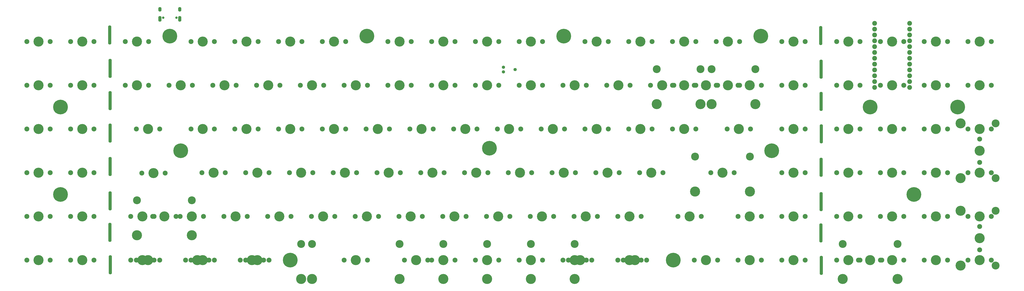
<source format=gts>
G04 #@! TF.GenerationSoftware,KiCad,Pcbnew,(5.0.0-rc2-dev-733-g23a9fcd91)*
G04 #@! TF.CreationDate,2018-06-09T19:11:19-04:00*
G04 #@! TF.ProjectId,100plus-2,313030706C75732D322E6B696361645F,rev?*
G04 #@! TF.SameCoordinates,Original*
G04 #@! TF.FileFunction,Soldermask,Top*
G04 #@! TF.FilePolarity,Negative*
%FSLAX45Y45*%
G04 Gerber Fmt 4.5, Leading zero omitted, Abs format (unit mm)*
G04 Created by KiCad (PCBNEW (5.0.0-rc2-dev-733-g23a9fcd91)) date 06/09/18 19:11:19*
%MOMM*%
%LPD*%
G01*
G04 APERTURE LIST*
%ADD10C,4.387800*%
%ADD11C,2.150000*%
%ADD12O,1.400000X8.400000*%
%ADD13C,3.448000*%
%ADD14O,1.400000X2.500000*%
%ADD15C,1.050000*%
%ADD16O,1.400000X2.000000*%
%ADD17C,1.388060*%
%ADD18C,1.385520*%
%ADD19C,1.400000*%
%ADD20C,6.400000*%
%ADD21C,2.082800*%
G04 APERTURE END LIST*
D10*
X15001875Y-16668750D03*
D11*
X14493875Y-16668750D03*
X15509875Y-16668750D03*
X26463625Y-9048750D03*
X25447625Y-9048750D03*
D10*
X25955625Y-9048750D03*
X10715625Y-9048750D03*
D11*
X10207625Y-9048750D03*
X11223625Y-9048750D03*
D12*
X9553000Y-18775000D03*
X9543000Y-14492000D03*
X9548000Y-13037000D03*
X9543000Y-15994000D03*
X9527000Y-8759000D03*
X9537000Y-17361000D03*
X9543000Y-11626000D03*
X9543000Y-10217000D03*
D10*
X39290625Y-10953750D03*
D11*
X38782625Y-10953750D03*
X39798625Y-10953750D03*
X30273625Y-10953750D03*
X29257625Y-10953750D03*
D10*
X29765625Y-10953750D03*
X25955625Y-10953750D03*
D11*
X25447625Y-10953750D03*
X26463625Y-10953750D03*
D10*
X11191875Y-12858750D03*
D11*
X10683875Y-12858750D03*
X11699875Y-12858750D03*
D10*
X8334375Y-14763750D03*
D11*
X7826375Y-14763750D03*
X8842375Y-14763750D03*
D12*
X40476000Y-8791000D03*
X40492000Y-10249000D03*
X40492000Y-11658000D03*
D10*
X11430000Y-14779625D03*
D11*
X10922000Y-14779625D03*
X11938000Y-14779625D03*
D10*
X37388800Y-15589250D03*
X35001200Y-15589250D03*
D13*
X37388800Y-14065250D03*
X35001200Y-14065250D03*
D11*
X36703000Y-14763750D03*
X35687000Y-14763750D03*
D10*
X36195000Y-14763750D03*
D12*
X40486000Y-17393000D03*
D14*
X11712375Y-8059875D03*
D15*
X11855375Y-8009875D03*
D14*
X12576375Y-8059875D03*
D16*
X11712375Y-7641875D03*
X12576375Y-7641875D03*
D15*
X12433375Y-8009875D03*
D11*
X6937375Y-9048750D03*
X5921375Y-9048750D03*
D10*
X6429375Y-9048750D03*
D11*
X8842375Y-9048750D03*
X7826375Y-9048750D03*
D10*
X8334375Y-9048750D03*
D11*
X14081125Y-9048750D03*
X13065125Y-9048750D03*
D10*
X13573125Y-9048750D03*
D11*
X15986125Y-9048750D03*
X14970125Y-9048750D03*
D10*
X15478125Y-9048750D03*
X17383125Y-9048750D03*
D11*
X16875125Y-9048750D03*
X17891125Y-9048750D03*
D10*
X19288125Y-9048750D03*
D11*
X18780125Y-9048750D03*
X19796125Y-9048750D03*
X22653625Y-9048750D03*
X21637625Y-9048750D03*
D10*
X22145625Y-9048750D03*
X24050625Y-9048750D03*
D11*
X23542625Y-9048750D03*
X24558625Y-9048750D03*
X28368625Y-9048750D03*
X27352625Y-9048750D03*
D10*
X27860625Y-9048750D03*
X30718125Y-9048750D03*
D11*
X30210125Y-9048750D03*
X31226125Y-9048750D03*
X33131125Y-9048750D03*
X32115125Y-9048750D03*
D10*
X32623125Y-9048750D03*
X34528125Y-9048750D03*
D11*
X34020125Y-9048750D03*
X35036125Y-9048750D03*
D10*
X36433125Y-9048750D03*
D11*
X35925125Y-9048750D03*
X36941125Y-9048750D03*
X39798625Y-9048750D03*
X38782625Y-9048750D03*
D10*
X39290625Y-9048750D03*
D11*
X42179875Y-9048750D03*
X41163875Y-9048750D03*
D10*
X41671875Y-9048750D03*
D11*
X44084875Y-9048750D03*
X43068875Y-9048750D03*
D10*
X43576875Y-9048750D03*
X45481875Y-9048750D03*
D11*
X44973875Y-9048750D03*
X45989875Y-9048750D03*
D10*
X47386875Y-9048750D03*
D11*
X46878875Y-9048750D03*
X47894875Y-9048750D03*
D10*
X6429375Y-10953750D03*
D11*
X5921375Y-10953750D03*
X6937375Y-10953750D03*
X8842375Y-10953750D03*
X7826375Y-10953750D03*
D10*
X8334375Y-10953750D03*
X10715625Y-10953750D03*
D11*
X10207625Y-10953750D03*
X11223625Y-10953750D03*
X13128625Y-10953750D03*
X12112625Y-10953750D03*
D10*
X12620625Y-10953750D03*
D11*
X15033625Y-10953750D03*
X14017625Y-10953750D03*
D10*
X14525625Y-10953750D03*
X16430625Y-10953750D03*
D11*
X15922625Y-10953750D03*
X16938625Y-10953750D03*
D10*
X18335625Y-10953750D03*
D11*
X17827625Y-10953750D03*
X18843625Y-10953750D03*
X20748625Y-10953750D03*
X19732625Y-10953750D03*
D10*
X20240625Y-10953750D03*
X22145625Y-10953750D03*
D11*
X21637625Y-10953750D03*
X22653625Y-10953750D03*
X24558625Y-10953750D03*
X23542625Y-10953750D03*
D10*
X24050625Y-10953750D03*
X27860625Y-10953750D03*
D11*
X27352625Y-10953750D03*
X28368625Y-10953750D03*
D10*
X31670625Y-10953750D03*
D11*
X31162625Y-10953750D03*
X32178625Y-10953750D03*
X34083625Y-10953750D03*
X33067625Y-10953750D03*
D10*
X33575625Y-10953750D03*
D11*
X35988625Y-10953750D03*
X34972625Y-10953750D03*
D10*
X35480625Y-10953750D03*
D11*
X37893625Y-10953750D03*
X36877625Y-10953750D03*
D10*
X37385625Y-10953750D03*
X41671875Y-10953750D03*
D11*
X41163875Y-10953750D03*
X42179875Y-10953750D03*
X44084875Y-10953750D03*
X43068875Y-10953750D03*
D10*
X43576875Y-10953750D03*
D11*
X45989875Y-10953750D03*
X44973875Y-10953750D03*
D10*
X45481875Y-10953750D03*
D11*
X47894875Y-10953750D03*
X46878875Y-10953750D03*
D10*
X47386875Y-10953750D03*
X6429375Y-12858750D03*
D11*
X5921375Y-12858750D03*
X6937375Y-12858750D03*
X8842375Y-12858750D03*
X7826375Y-12858750D03*
D10*
X8334375Y-12858750D03*
D11*
X14081125Y-12858750D03*
X13065125Y-12858750D03*
D10*
X13573125Y-12858750D03*
D11*
X15986125Y-12858750D03*
X14970125Y-12858750D03*
D10*
X15478125Y-12858750D03*
X17383125Y-12858750D03*
D11*
X16875125Y-12858750D03*
X17891125Y-12858750D03*
D10*
X19288125Y-12858750D03*
D11*
X18780125Y-12858750D03*
X19796125Y-12858750D03*
X21701125Y-12858750D03*
X20685125Y-12858750D03*
D10*
X21193125Y-12858750D03*
D11*
X23606125Y-12858750D03*
X22590125Y-12858750D03*
D10*
X23098125Y-12858750D03*
D11*
X25511125Y-12858750D03*
X24495125Y-12858750D03*
D10*
X25003125Y-12858750D03*
X26908125Y-12858750D03*
D11*
X26400125Y-12858750D03*
X27416125Y-12858750D03*
D10*
X28813125Y-12858750D03*
D11*
X28305125Y-12858750D03*
X29321125Y-12858750D03*
X31226125Y-12858750D03*
X30210125Y-12858750D03*
D10*
X30718125Y-12858750D03*
D11*
X33131125Y-12858750D03*
X32115125Y-12858750D03*
D10*
X32623125Y-12858750D03*
X34528125Y-12858750D03*
D11*
X34020125Y-12858750D03*
X35036125Y-12858750D03*
D10*
X36909375Y-12858750D03*
D11*
X36401375Y-12858750D03*
X37417375Y-12858750D03*
D10*
X39290625Y-12858750D03*
D11*
X38782625Y-12858750D03*
X39798625Y-12858750D03*
X42179875Y-12858750D03*
X41163875Y-12858750D03*
D10*
X41671875Y-12858750D03*
D11*
X44084875Y-12858750D03*
X43068875Y-12858750D03*
D10*
X43576875Y-12858750D03*
X45481875Y-12858750D03*
D11*
X44973875Y-12858750D03*
X45989875Y-12858750D03*
X47894875Y-12858750D03*
X46878875Y-12858750D03*
D10*
X47386875Y-12858750D03*
X46561375Y-12617450D03*
X46561375Y-15005050D03*
D13*
X48085375Y-12617450D03*
X48085375Y-15005050D03*
D11*
X47386875Y-13303250D03*
X47386875Y-14319250D03*
D10*
X47386875Y-13811250D03*
D11*
X6937375Y-14763750D03*
X5921375Y-14763750D03*
D10*
X6429375Y-14763750D03*
X14049375Y-14763750D03*
D11*
X13541375Y-14763750D03*
X14557375Y-14763750D03*
X16462375Y-14763750D03*
X15446375Y-14763750D03*
D10*
X15954375Y-14763750D03*
D11*
X18367375Y-14763750D03*
X17351375Y-14763750D03*
D10*
X17859375Y-14763750D03*
X19764375Y-14763750D03*
D11*
X19256375Y-14763750D03*
X20272375Y-14763750D03*
X22177375Y-14763750D03*
X21161375Y-14763750D03*
D10*
X21669375Y-14763750D03*
D11*
X24082375Y-14763750D03*
X23066375Y-14763750D03*
D10*
X23574375Y-14763750D03*
D11*
X25987375Y-14763750D03*
X24971375Y-14763750D03*
D10*
X25479375Y-14763750D03*
X27384375Y-14763750D03*
D11*
X26876375Y-14763750D03*
X27892375Y-14763750D03*
D10*
X29289375Y-14763750D03*
D11*
X28781375Y-14763750D03*
X29797375Y-14763750D03*
X31702375Y-14763750D03*
X30686375Y-14763750D03*
D10*
X31194375Y-14763750D03*
X33099375Y-14763750D03*
D11*
X32591375Y-14763750D03*
X33607375Y-14763750D03*
X39798625Y-14763750D03*
X38782625Y-14763750D03*
D10*
X39290625Y-14763750D03*
X41671875Y-14763750D03*
D11*
X41163875Y-14763750D03*
X42179875Y-14763750D03*
X44084875Y-14763750D03*
X43068875Y-14763750D03*
D10*
X43576875Y-14763750D03*
X45481875Y-14763750D03*
D11*
X44973875Y-14763750D03*
X45989875Y-14763750D03*
X47894875Y-14763750D03*
X46878875Y-14763750D03*
D10*
X47386875Y-14763750D03*
X6429375Y-16668750D03*
D11*
X5921375Y-16668750D03*
X6937375Y-16668750D03*
X8842375Y-16668750D03*
X7826375Y-16668750D03*
D10*
X8334375Y-16668750D03*
X10953750Y-16668750D03*
D11*
X10445750Y-16668750D03*
X11461750Y-16668750D03*
D10*
X11906250Y-16668750D03*
D11*
X11398250Y-16668750D03*
X12414250Y-16668750D03*
D13*
X10712450Y-15970250D03*
X13100050Y-15970250D03*
D10*
X10712450Y-17494250D03*
X13100050Y-17494250D03*
X16906875Y-16668750D03*
D11*
X16398875Y-16668750D03*
X17414875Y-16668750D03*
X19319875Y-16668750D03*
X18303875Y-16668750D03*
D10*
X18811875Y-16668750D03*
X20716875Y-16668750D03*
D11*
X20208875Y-16668750D03*
X21224875Y-16668750D03*
X23129875Y-16668750D03*
X22113875Y-16668750D03*
D10*
X22621875Y-16668750D03*
X24526875Y-16668750D03*
D11*
X24018875Y-16668750D03*
X25034875Y-16668750D03*
X26939875Y-16668750D03*
X25923875Y-16668750D03*
D10*
X26431875Y-16668750D03*
X28336875Y-16668750D03*
D11*
X27828875Y-16668750D03*
X28844875Y-16668750D03*
X30749875Y-16668750D03*
X29733875Y-16668750D03*
D10*
X30241875Y-16668750D03*
D11*
X32654875Y-16668750D03*
X31638875Y-16668750D03*
D10*
X32146875Y-16668750D03*
X34766250Y-16668750D03*
D11*
X34258250Y-16668750D03*
X35274250Y-16668750D03*
D10*
X37385625Y-16668750D03*
D11*
X36877625Y-16668750D03*
X37893625Y-16668750D03*
X39798625Y-16668750D03*
X38782625Y-16668750D03*
D10*
X39290625Y-16668750D03*
X41671875Y-16668750D03*
D11*
X41163875Y-16668750D03*
X42179875Y-16668750D03*
X44084875Y-16668750D03*
X43068875Y-16668750D03*
D10*
X43576875Y-16668750D03*
X45481875Y-16668750D03*
D11*
X44973875Y-16668750D03*
X45989875Y-16668750D03*
D10*
X47386875Y-16668750D03*
D11*
X46878875Y-16668750D03*
X47894875Y-16668750D03*
D10*
X13096875Y-16668750D03*
D11*
X12588875Y-16668750D03*
X13604875Y-16668750D03*
D10*
X47386875Y-17621250D03*
D11*
X47386875Y-18129250D03*
X47386875Y-17113250D03*
D13*
X48085375Y-18815050D03*
X48085375Y-16427450D03*
D10*
X46561375Y-18815050D03*
X46561375Y-16427450D03*
X24050625Y-18573750D03*
D11*
X23542625Y-18573750D03*
X24558625Y-18573750D03*
D13*
X18335625Y-17875250D03*
X29765625Y-17875250D03*
D10*
X18335625Y-19399250D03*
X29765625Y-19399250D03*
D11*
X6937375Y-18573750D03*
X5921375Y-18573750D03*
D10*
X6429375Y-18573750D03*
D11*
X8842375Y-18573750D03*
X7826375Y-18573750D03*
D10*
X8334375Y-18573750D03*
X11191875Y-18573750D03*
D11*
X10683875Y-18573750D03*
X11699875Y-18573750D03*
X16462375Y-18573750D03*
X15446375Y-18573750D03*
D10*
X15954375Y-18573750D03*
X20240625Y-18573750D03*
D11*
X19732625Y-18573750D03*
X20748625Y-18573750D03*
D13*
X18335625Y-17875250D03*
X22145625Y-17875250D03*
D10*
X18335625Y-19399250D03*
X22145625Y-19399250D03*
X25955625Y-18573750D03*
D11*
X25447625Y-18573750D03*
X26463625Y-18573750D03*
D13*
X24050625Y-17875250D03*
X27860625Y-17875250D03*
D10*
X24050625Y-19399250D03*
X27860625Y-19399250D03*
X29765625Y-18573750D03*
D11*
X29257625Y-18573750D03*
X30273625Y-18573750D03*
D10*
X32146875Y-18573750D03*
D11*
X31638875Y-18573750D03*
X32654875Y-18573750D03*
D10*
X35480625Y-18573750D03*
D11*
X34972625Y-18573750D03*
X35988625Y-18573750D03*
D10*
X37385625Y-18573750D03*
D11*
X36877625Y-18573750D03*
X37893625Y-18573750D03*
D10*
X39290625Y-18573750D03*
D11*
X38782625Y-18573750D03*
X39798625Y-18573750D03*
D10*
X41671875Y-18573750D03*
D11*
X41163875Y-18573750D03*
X42179875Y-18573750D03*
D10*
X43576875Y-18573750D03*
D11*
X43068875Y-18573750D03*
X44084875Y-18573750D03*
X45989875Y-18573750D03*
X44973875Y-18573750D03*
D10*
X45481875Y-18573750D03*
X47386875Y-18573750D03*
D11*
X46878875Y-18573750D03*
X47894875Y-18573750D03*
D13*
X27860625Y-17875250D03*
D10*
X27860625Y-19399250D03*
X29765625Y-19399250D03*
X25955625Y-19399250D03*
D13*
X29765625Y-17875250D03*
X25955625Y-17875250D03*
D11*
X28368625Y-18573750D03*
X27352625Y-18573750D03*
D10*
X27860625Y-18573750D03*
X42624375Y-18573750D03*
D11*
X42116375Y-18573750D03*
X43132375Y-18573750D03*
D13*
X41430575Y-17875250D03*
X43818175Y-17875250D03*
D10*
X41430575Y-19399250D03*
X43818175Y-19399250D03*
D17*
X27170000Y-10265500D03*
D18*
X26662000Y-10163900D03*
X26662000Y-10367100D03*
D10*
X35721925Y-11779250D03*
X33334325Y-11779250D03*
D13*
X35721925Y-10255250D03*
X33334325Y-10255250D03*
D11*
X35036125Y-10953750D03*
X34020125Y-10953750D03*
D10*
X34528125Y-10953750D03*
X36433125Y-10953750D03*
D11*
X35925125Y-10953750D03*
X36941125Y-10953750D03*
D13*
X35239325Y-10255250D03*
X37626925Y-10255250D03*
D10*
X35239325Y-11779250D03*
X37626925Y-11779250D03*
D12*
X40492000Y-14524000D03*
X40502000Y-18807000D03*
X40492000Y-16026000D03*
X40497000Y-13069000D03*
D10*
X13573125Y-18573750D03*
D11*
X13065125Y-18573750D03*
X14081125Y-18573750D03*
D19*
X12019375Y-8985625D03*
X12269375Y-8985625D03*
X12144375Y-8985625D03*
X12019375Y-8635625D03*
X12269375Y-8635625D03*
X12144375Y-8635625D03*
D20*
X12144375Y-8810625D03*
D19*
X20591875Y-8985625D03*
X20841875Y-8985625D03*
X20716875Y-8985625D03*
X20591875Y-8635625D03*
X20841875Y-8635625D03*
X20716875Y-8635625D03*
D20*
X20716875Y-8810625D03*
D19*
X29164375Y-8985625D03*
X29414375Y-8985625D03*
X29289375Y-8985625D03*
X29164375Y-8635625D03*
X29414375Y-8635625D03*
X29289375Y-8635625D03*
D20*
X29289375Y-8810625D03*
D19*
X37736875Y-8985625D03*
X37986875Y-8985625D03*
X37861875Y-8985625D03*
X37736875Y-8635625D03*
X37986875Y-8635625D03*
X37861875Y-8635625D03*
D20*
X37861875Y-8810625D03*
D19*
X33926875Y-18748750D03*
X34176875Y-18748750D03*
X34051875Y-18748750D03*
X33926875Y-18398750D03*
X34176875Y-18398750D03*
X34051875Y-18398750D03*
D20*
X34051875Y-18573750D03*
D19*
X17258125Y-18748750D03*
X17508125Y-18748750D03*
X17383125Y-18748750D03*
X17258125Y-18398750D03*
X17508125Y-18398750D03*
X17383125Y-18398750D03*
D20*
X17383125Y-18573750D03*
D19*
X7256875Y-15891250D03*
X7506875Y-15891250D03*
X7381875Y-15891250D03*
X7256875Y-15541250D03*
X7506875Y-15541250D03*
X7381875Y-15541250D03*
D20*
X7381875Y-15716250D03*
D19*
X7256875Y-12081250D03*
X7506875Y-12081250D03*
X7381875Y-12081250D03*
X7256875Y-11731250D03*
X7506875Y-11731250D03*
X7381875Y-11731250D03*
D20*
X7381875Y-11906250D03*
D19*
X42499375Y-12081250D03*
X42749375Y-12081250D03*
X42624375Y-12081250D03*
X42499375Y-11731250D03*
X42749375Y-11731250D03*
X42624375Y-11731250D03*
D20*
X42624375Y-11906250D03*
D19*
X46309375Y-12081250D03*
X46559375Y-12081250D03*
X46434375Y-12081250D03*
X46309375Y-11731250D03*
X46559375Y-11731250D03*
X46434375Y-11731250D03*
D20*
X46434375Y-11906250D03*
D19*
X44404375Y-15891250D03*
X44654375Y-15891250D03*
X44529375Y-15891250D03*
X44404375Y-15541250D03*
X44654375Y-15541250D03*
X44529375Y-15541250D03*
D20*
X44529375Y-15716250D03*
D19*
X25932000Y-13869000D03*
X26182000Y-13869000D03*
X26057000Y-13869000D03*
X25932000Y-13519000D03*
X26182000Y-13519000D03*
X26057000Y-13519000D03*
D20*
X26057000Y-13694000D03*
D19*
X38213125Y-13986250D03*
X38463125Y-13986250D03*
X38338125Y-13986250D03*
X38213125Y-13636250D03*
X38463125Y-13636250D03*
X38338125Y-13636250D03*
D20*
X38338125Y-13811250D03*
D19*
X12495625Y-13986250D03*
X12745625Y-13986250D03*
X12620625Y-13986250D03*
X12495625Y-13636250D03*
X12745625Y-13636250D03*
X12620625Y-13636250D03*
D20*
X12620625Y-13811250D03*
D21*
X44338875Y-8255000D03*
X44338875Y-8509000D03*
X44338875Y-8763000D03*
X44338875Y-9017000D03*
X44338875Y-9271000D03*
X44338875Y-9525000D03*
X44338875Y-9779000D03*
X44338875Y-10033000D03*
X44338875Y-10287000D03*
X44338875Y-10541000D03*
X44338875Y-10795000D03*
X44338875Y-11049000D03*
X42814875Y-11049000D03*
X42814875Y-10795000D03*
X42814875Y-10541000D03*
X42814875Y-10287000D03*
X42814875Y-10033000D03*
X42814875Y-9779000D03*
X42814875Y-9525000D03*
X42814875Y-9271000D03*
X42814875Y-9017000D03*
X42814875Y-8763000D03*
X42814875Y-8509000D03*
X42814875Y-8255000D03*
D11*
X11461796Y-18573828D03*
X10445796Y-18573828D03*
D10*
X10953796Y-18573828D03*
X13335056Y-18573828D03*
D11*
X12827056Y-18573828D03*
X13843056Y-18573828D03*
D10*
X15716316Y-18573828D03*
D11*
X15208316Y-18573828D03*
X16224316Y-18573828D03*
D10*
X22860096Y-18573828D03*
D11*
X22352096Y-18573828D03*
X23368096Y-18573828D03*
D13*
X17860106Y-17875328D03*
X27860086Y-17875328D03*
D10*
X17860106Y-19399328D03*
X27860086Y-19399328D03*
D11*
X30511876Y-18573828D03*
X29495876Y-18573828D03*
D10*
X30003876Y-18573828D03*
X32385136Y-18573828D03*
D11*
X31877136Y-18573828D03*
X32893136Y-18573828D03*
M02*

</source>
